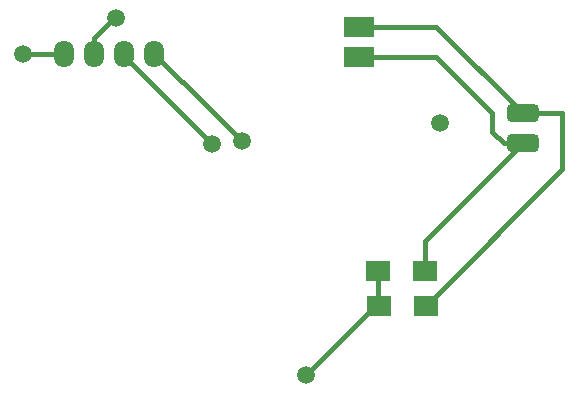
<source format=gbr>
%TF.GenerationSoftware,KiCad,Pcbnew,(7.0.0)*%
%TF.CreationDate,2023-06-06T14:44:05+02:00*%
%TF.ProjectId,wally_board,77616c6c-795f-4626-9f61-72642e6b6963,rev?*%
%TF.SameCoordinates,Original*%
%TF.FileFunction,Copper,L2,Bot*%
%TF.FilePolarity,Positive*%
%FSLAX46Y46*%
G04 Gerber Fmt 4.6, Leading zero omitted, Abs format (unit mm)*
G04 Created by KiCad (PCBNEW (7.0.0)) date 2023-06-06 14:44:05*
%MOMM*%
%LPD*%
G01*
G04 APERTURE LIST*
G04 Aperture macros list*
%AMRoundRect*
0 Rectangle with rounded corners*
0 $1 Rounding radius*
0 $2 $3 $4 $5 $6 $7 $8 $9 X,Y pos of 4 corners*
0 Add a 4 corners polygon primitive as box body*
4,1,4,$2,$3,$4,$5,$6,$7,$8,$9,$2,$3,0*
0 Add four circle primitives for the rounded corners*
1,1,$1+$1,$2,$3*
1,1,$1+$1,$4,$5*
1,1,$1+$1,$6,$7*
1,1,$1+$1,$8,$9*
0 Add four rect primitives between the rounded corners*
20,1,$1+$1,$2,$3,$4,$5,0*
20,1,$1+$1,$4,$5,$6,$7,0*
20,1,$1+$1,$6,$7,$8,$9,0*
20,1,$1+$1,$8,$9,$2,$3,0*%
G04 Aperture macros list end*
%TA.AperFunction,ComponentPad*%
%ADD10RoundRect,0.375000X-0.975000X-0.375000X0.975000X-0.375000X0.975000X0.375000X-0.975000X0.375000X0*%
%TD*%
%TA.AperFunction,ComponentPad*%
%ADD11O,1.700000X2.300000*%
%TD*%
%TA.AperFunction,SMDPad,CuDef*%
%ADD12R,2.500000X1.700000*%
%TD*%
%TA.AperFunction,SMDPad,CuDef*%
%ADD13R,2.000000X1.700000*%
%TD*%
%TA.AperFunction,ViaPad*%
%ADD14C,1.500000*%
%TD*%
%TA.AperFunction,Conductor*%
%ADD15C,0.400000*%
%TD*%
G04 APERTURE END LIST*
D10*
%TO.P,J2,1,Pin_1*%
%TO.N,BATTERY+*%
X180000000Y-65000000D03*
%TO.P,J2,2,Pin_2*%
%TO.N,BATTERY-*%
X180000000Y-67540000D03*
%TD*%
D11*
%TO.P,JOLED1,1,Pin_1*%
%TO.N,SDA*%
X148809999Y-59999999D03*
%TO.P,JOLED1,2,Pin_2*%
%TO.N,SCL*%
X146269999Y-59999999D03*
%TO.P,JOLED1,3,Pin_3*%
%TO.N,+3.3V*%
X143729999Y-59999999D03*
%TO.P,JOLED1,4,Pin_4*%
%TO.N,GND*%
X141189999Y-59999999D03*
%TD*%
D12*
%TO.P,J1,1*%
%TO.N,BATTERY+*%
X166115999Y-57657999D03*
%TO.P,J1,2*%
%TO.N,BATTERY-*%
X166115999Y-60197999D03*
%TD*%
D13*
%TO.P,R2,1*%
%TO.N,BATTERY-*%
X171766999Y-78358999D03*
%TO.P,R2,2*%
%TO.N,D0*%
X167766999Y-78358999D03*
%TD*%
%TO.P,R1,1*%
%TO.N,D0*%
X167798999Y-81279999D03*
%TO.P,R1,2*%
%TO.N,BATTERY+*%
X171798999Y-81279999D03*
%TD*%
D14*
%TO.N,GND*%
X172974000Y-65786000D03*
X137668000Y-59944000D03*
%TO.N,SDA*%
X156210000Y-67310000D03*
%TO.N,SCL*%
X153670000Y-67564000D03*
%TO.N,+3.3V*%
X145542000Y-56896000D03*
%TO.N,D0*%
X161671000Y-87122000D03*
%TD*%
D15*
%TO.N,BATTERY+*%
X183364000Y-69715000D02*
X171799000Y-81280000D01*
X183364000Y-65000000D02*
X183364000Y-69715000D01*
X180000000Y-65000000D02*
X183364000Y-65000000D01*
%TO.N,GND*%
X137724000Y-60000000D02*
X137668000Y-59944000D01*
X141190000Y-60000000D02*
X137724000Y-60000000D01*
%TO.N,SDA*%
X151130000Y-62320000D02*
X148810000Y-60000000D01*
X151130000Y-62320000D02*
X151220000Y-62320000D01*
X151220000Y-62320000D02*
X156210000Y-67310000D01*
X151130000Y-62357000D02*
X151130000Y-62320000D01*
%TO.N,SCL*%
X146270000Y-60164000D02*
X153670000Y-67564000D01*
X146270000Y-60000000D02*
X146270000Y-60164000D01*
%TO.N,+3.3V*%
X145542000Y-56896000D02*
X145415000Y-56896000D01*
X143730000Y-58581000D02*
X143730000Y-60000000D01*
X145415000Y-56896000D02*
X143730000Y-58581000D01*
%TO.N,D0*%
X167513000Y-81280000D02*
X167799000Y-81280000D01*
X167767000Y-78359000D02*
X167767000Y-81248000D01*
X167767000Y-81248000D02*
X167799000Y-81280000D01*
X161671000Y-87122000D02*
X167513000Y-81280000D01*
%TO.N,BATTERY+*%
X172658000Y-57658000D02*
X180000000Y-65000000D01*
X166116000Y-57658000D02*
X172658000Y-57658000D01*
%TO.N,BATTERY-*%
X171767000Y-78359000D02*
X171767000Y-75773000D01*
X172658000Y-60198000D02*
X177419000Y-64959000D01*
X178411000Y-67540000D02*
X180000000Y-67540000D01*
X177419000Y-64959000D02*
X177419000Y-66548000D01*
X171767000Y-75773000D02*
X180000000Y-67540000D01*
X166116000Y-60198000D02*
X172658000Y-60198000D01*
X177419000Y-66548000D02*
X178411000Y-67540000D01*
%TD*%
M02*

</source>
